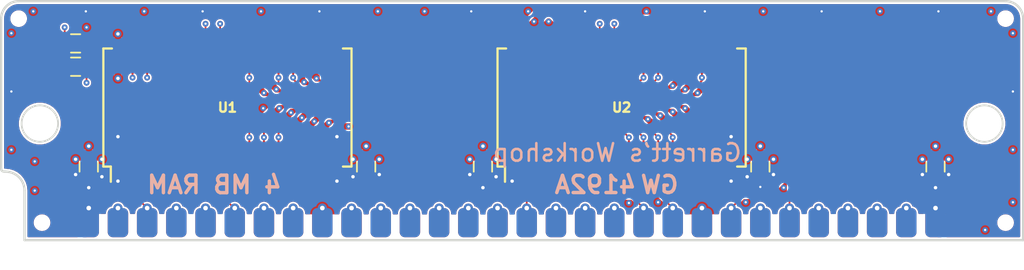
<source format=kicad_pcb>
(kicad_pcb (version 20171130) (host pcbnew "(5.1.10-1-10_14)")
  (layers (0 F.Cu signal) (1 In1.Cu power) (2 In2.Cu signal) (31 B.Cu power) (34 B.Paste user) (35 F.Paste user) (36 B.SilkS user) (37 F.SilkS user) (38 B.Mask user) (39 F.Mask user) (44 Edge.Cuts user))
  (net 0 "")
  (net 1 +5V)
  (net 2 /D0)
  (net 3 /D1)
  (net 4 /~WE~)
  (net 5 /~RAS~)
  (net 6 /~CAS~)
  (net 7 /D2)
  (net 8 /D3)
  (net 9 GND)
  (net 10 /D4)
  (net 11 /D5)
  (net 12 /D6)
  (net 13 /D7)
  (net 14 /QP)
  (net 15 /~CASP~)
  (net 16 /DP)
  (net 17 /1A0)
  (net 18 /1A1)
  (net 19 /1A2)
  (net 20 /1A3)
  (net 21 /1A4)
  (net 22 /1A5)
  (net 23 /1A6)
  (net 24 /1A7)
  (net 25 /1A8)
  (net 26 /1A10)
  (net 27 /1A9)
  (net 28 "Net-(U1-Pad27)")
  (net 29 "Net-(U1-Pad24)")
  (net 30 /1A11)
  (net 31 "Net-(U2-Pad27)")
  (net 32 "Net-(U2-Pad24)")
  (net 33 /~OE~)
  (net 34 "Net-(U1-Pad29)")
  (net 35 "Net-(U1-Pad28)")
  (net 36 "Net-(U1-Pad7)")
  (net 37 "Net-(U1-Pad6)")
  (net 38 "Net-(U1-Pad5)")
  (net 39 "Net-(U1-Pad4)")
  (net 40 "Net-(U2-Pad4)")
  (net 41 "Net-(U2-Pad5)")
  (net 42 "Net-(U2-Pad6)")
  (net 43 "Net-(U2-Pad7)")
  (net 44 "Net-(U2-Pad28)")
  (net 45 "Net-(U2-Pad29)")
  (module stdpads:SOJ-32-400mil-Skinny (layer F.Cu) (at 95.885 90.043 90)
    (fp_text reference U1)
    (fp_text value KM44C16104)
    (fp_line (start -5.145 -10.145) (end -6.47 -10.145) (layer F.SilkS) (width 0.2))
    (fp_line (start -5.08 10.795) (end 5.145 10.795) (layer F.SilkS) (width 0.2))
    (fp_line (start -5.145 -10.795) (end 5.145 -10.795) (layer F.SilkS) (width 0.2))
    (fp_line (start -5.145 10.795) (end -5.145 10.05) (layer F.SilkS) (width 0.2))
    (fp_line (start 5.145 10.795) (end 5.145 10.05) (layer F.SilkS) (width 0.2))
    (fp_line (start 5.145 -10.795) (end 5.145 -10.05) (layer F.SilkS) (width 0.2))
    (fp_line (start -5.145 -10.795) (end -5.145 -10.145) (layer F.SilkS) (width 0.2))
    (fp_text user %R (at 0 0) (layer F.SilkS) (effects (font (size 0.8128 0.8128) (thickness 0.2032))))
    (pad 32 smd roundrect (at 4.47 -9.525 90) (size 3 0.6) (layers F.Cu F.Paste F.Mask) (net 9 GND))
    (pad 31 smd roundrect (at 4.47 -8.255 90) (size 3 0.6) (layers F.Cu F.Paste F.Mask) (net 8 /D3))
    (pad 30 smd roundrect (at 4.47 -6.985 90) (size 3 0.6) (layers F.Cu F.Paste F.Mask) (net 7 /D2))
    (pad 29 smd roundrect (at 4.47 -5.715 90) (size 3 0.6) (layers F.Cu F.Paste F.Mask) (net 34 "Net-(U1-Pad29)"))
    (pad 20 smd roundrect (at 4.47 5.715 270) (size 3 0.6) (layers F.Cu F.Paste F.Mask) (net 25 /1A8))
    (pad 19 smd roundrect (at 4.47 6.985 270) (size 3 0.6) (layers F.Cu F.Paste F.Mask) (net 24 /1A7))
    (pad 18 smd roundrect (at 4.47 8.255 270) (size 3 0.6) (layers F.Cu F.Paste F.Mask) (net 23 /1A6))
    (pad 17 smd roundrect (at 4.47 9.525 270) (size 3 0.6) (layers F.Cu F.Paste F.Mask) (net 9 GND))
    (pad 16 smd roundrect (at -4.47 9.525 90) (size 3 0.6) (layers F.Cu F.Paste F.Mask) (net 1 +5V))
    (pad 15 smd roundrect (at -4.47 8.255 90) (size 3 0.6) (layers F.Cu F.Paste F.Mask) (net 22 /1A5))
    (pad 7 smd roundrect (at -4.47 -1.905 90) (size 3 0.6) (layers F.Cu F.Paste F.Mask) (net 36 "Net-(U1-Pad7)"))
    (pad 26 smd roundrect (at 4.47 -1.905 90) (size 3 0.6) (layers F.Cu F.Paste F.Mask) (net 6 /~CAS~))
    (pad 25 smd roundrect (at 4.47 -0.635 90) (size 3 0.6) (layers F.Cu F.Paste F.Mask) (net 33 /~OE~))
    (pad 24 smd roundrect (at 4.47 0.635 90) (size 3 0.6) (layers F.Cu F.Paste F.Mask) (net 29 "Net-(U1-Pad24)"))
    (pad 23 smd roundrect (at 4.47 1.905 90) (size 3 0.6) (layers F.Cu F.Paste F.Mask) (net 30 /1A11))
    (pad 22 smd roundrect (at 4.47 3.175 90) (size 3 0.6) (layers F.Cu F.Paste F.Mask) (net 26 /1A10))
    (pad 13 smd roundrect (at -4.47 5.715 90) (size 3 0.6) (layers F.Cu F.Paste F.Mask) (net 20 /1A3))
    (pad 12 smd roundrect (at -4.47 4.445 90) (size 3 0.6) (layers F.Cu F.Paste F.Mask) (net 19 /1A2))
    (pad 11 smd roundrect (at -4.47 3.175 90) (size 3 0.6) (layers F.Cu F.Paste F.Mask) (net 18 /1A1))
    (pad 10 smd roundrect (at -4.47 1.905 90) (size 3 0.6) (layers F.Cu F.Paste F.Mask) (net 17 /1A0))
    (pad 9 smd roundrect (at -4.47 0.635 90) (size 3 0.6) (layers F.Cu F.Paste F.Mask) (net 5 /~RAS~))
    (pad 5 smd roundrect (at -4.47 -4.445 90) (size 3 0.6) (layers F.Cu F.Paste F.Mask) (net 38 "Net-(U1-Pad5)"))
    (pad 4 smd roundrect (at -4.47 -5.715 90) (size 3 0.6) (layers F.Cu F.Paste F.Mask) (net 39 "Net-(U1-Pad4)"))
    (pad 3 smd roundrect (at -4.47 -6.985 90) (size 3 0.6) (layers F.Cu F.Paste F.Mask) (net 3 /D1))
    (pad 2 smd roundrect (at -4.47 -8.255 90) (size 3 0.6) (layers F.Cu F.Paste F.Mask) (net 2 /D0))
    (pad 1 smd roundrect (at -4.47 -9.525 90) (size 3 0.6) (layers F.Cu F.Paste F.Mask) (net 1 +5V))
    (pad 21 smd roundrect (at 4.47 4.445 90) (size 3 0.6) (layers F.Cu F.Paste F.Mask) (net 27 /1A9))
    (pad 6 smd roundrect (at -4.47 -3.175 90) (size 3 0.6) (layers F.Cu F.Paste F.Mask) (net 37 "Net-(U1-Pad6)"))
    (pad 8 smd roundrect (at -4.47 -0.635 90) (size 3 0.6) (layers F.Cu F.Paste F.Mask) (net 4 /~WE~))
    (pad 14 smd roundrect (at -4.47 6.985 90) (size 3 0.6) (layers F.Cu F.Paste F.Mask) (net 21 /1A4))
    (pad 27 smd roundrect (at 4.47 -3.175 90) (size 3 0.6) (layers F.Cu F.Paste F.Mask) (net 28 "Net-(U1-Pad27)"))
    (pad 28 smd roundrect (at 4.47 -4.445 90) (size 3 0.6) (layers F.Cu F.Paste F.Mask) (net 35 "Net-(U1-Pad28)"))
  )
  (module stdpads:SOJ-32-400mil-Skinny (layer F.Cu) (at 130.175 90.043 90)
    (fp_text reference U2)
    (fp_text value KM44C16104)
    (fp_line (start -5.145 -10.145) (end -6.47 -10.145) (layer F.SilkS) (width 0.2))
    (fp_line (start -5.08 10.795) (end 5.145 10.795) (layer F.SilkS) (width 0.2))
    (fp_line (start -5.145 -10.795) (end 5.145 -10.795) (layer F.SilkS) (width 0.2))
    (fp_line (start -5.145 10.795) (end -5.145 10.05) (layer F.SilkS) (width 0.2))
    (fp_line (start 5.145 10.795) (end 5.145 10.05) (layer F.SilkS) (width 0.2))
    (fp_line (start 5.145 -10.795) (end 5.145 -10.05) (layer F.SilkS) (width 0.2))
    (fp_line (start -5.145 -10.795) (end -5.145 -10.145) (layer F.SilkS) (width 0.2))
    (fp_text user %R (at 0 0) (layer F.SilkS) (effects (font (size 0.8128 0.8128) (thickness 0.2032))))
    (pad 32 smd roundrect (at 4.47 -9.525 90) (size 3 0.6) (layers F.Cu F.Paste F.Mask) (net 9 GND))
    (pad 31 smd roundrect (at 4.47 -8.255 90) (size 3 0.6) (layers F.Cu F.Paste F.Mask) (net 13 /D7))
    (pad 30 smd roundrect (at 4.47 -6.985 90) (size 3 0.6) (layers F.Cu F.Paste F.Mask) (net 12 /D6))
    (pad 29 smd roundrect (at 4.47 -5.715 90) (size 3 0.6) (layers F.Cu F.Paste F.Mask) (net 45 "Net-(U2-Pad29)"))
    (pad 20 smd roundrect (at 4.47 5.715 270) (size 3 0.6) (layers F.Cu F.Paste F.Mask) (net 27 /1A9))
    (pad 19 smd roundrect (at 4.47 6.985 270) (size 3 0.6) (layers F.Cu F.Paste F.Mask) (net 26 /1A10))
    (pad 18 smd roundrect (at 4.47 8.255 270) (size 3 0.6) (layers F.Cu F.Paste F.Mask) (net 30 /1A11))
    (pad 17 smd roundrect (at 4.47 9.525 270) (size 3 0.6) (layers F.Cu F.Paste F.Mask) (net 9 GND))
    (pad 16 smd roundrect (at -4.47 9.525 90) (size 3 0.6) (layers F.Cu F.Paste F.Mask) (net 1 +5V))
    (pad 15 smd roundrect (at -4.47 8.255 90) (size 3 0.6) (layers F.Cu F.Paste F.Mask) (net 17 /1A0))
    (pad 7 smd roundrect (at -4.47 -1.905 90) (size 3 0.6) (layers F.Cu F.Paste F.Mask) (net 43 "Net-(U2-Pad7)"))
    (pad 26 smd roundrect (at 4.47 -1.905 90) (size 3 0.6) (layers F.Cu F.Paste F.Mask) (net 6 /~CAS~))
    (pad 25 smd roundrect (at 4.47 -0.635 90) (size 3 0.6) (layers F.Cu F.Paste F.Mask) (net 33 /~OE~))
    (pad 24 smd roundrect (at 4.47 0.635 90) (size 3 0.6) (layers F.Cu F.Paste F.Mask) (net 32 "Net-(U2-Pad24)"))
    (pad 23 smd roundrect (at 4.47 1.905 90) (size 3 0.6) (layers F.Cu F.Paste F.Mask) (net 23 /1A6))
    (pad 22 smd roundrect (at 4.47 3.175 90) (size 3 0.6) (layers F.Cu F.Paste F.Mask) (net 24 /1A7))
    (pad 13 smd roundrect (at -4.47 5.715 90) (size 3 0.6) (layers F.Cu F.Paste F.Mask) (net 19 /1A2))
    (pad 12 smd roundrect (at -4.47 4.445 90) (size 3 0.6) (layers F.Cu F.Paste F.Mask) (net 20 /1A3))
    (pad 11 smd roundrect (at -4.47 3.175 90) (size 3 0.6) (layers F.Cu F.Paste F.Mask) (net 21 /1A4))
    (pad 10 smd roundrect (at -4.47 1.905 90) (size 3 0.6) (layers F.Cu F.Paste F.Mask) (net 22 /1A5))
    (pad 9 smd roundrect (at -4.47 0.635 90) (size 3 0.6) (layers F.Cu F.Paste F.Mask) (net 5 /~RAS~))
    (pad 5 smd roundrect (at -4.47 -4.445 90) (size 3 0.6) (layers F.Cu F.Paste F.Mask) (net 41 "Net-(U2-Pad5)"))
    (pad 4 smd roundrect (at -4.47 -5.715 90) (size 3 0.6) (layers F.Cu F.Paste F.Mask) (net 40 "Net-(U2-Pad4)"))
    (pad 3 smd roundrect (at -4.47 -6.985 90) (size 3 0.6) (layers F.Cu F.Paste F.Mask) (net 11 /D5))
    (pad 2 smd roundrect (at -4.47 -8.255 90) (size 3 0.6) (layers F.Cu F.Paste F.Mask) (net 10 /D4))
    (pad 1 smd roundrect (at -4.47 -9.525 90) (size 3 0.6) (layers F.Cu F.Paste F.Mask) (net 1 +5V))
    (pad 21 smd roundrect (at 4.47 4.445 90) (size 3 0.6) (layers F.Cu F.Paste F.Mask) (net 25 /1A8))
    (pad 6 smd roundrect (at -4.47 -3.175 90) (size 3 0.6) (layers F.Cu F.Paste F.Mask) (net 42 "Net-(U2-Pad6)"))
    (pad 8 smd roundrect (at -4.47 -0.635 90) (size 3 0.6) (layers F.Cu F.Paste F.Mask) (net 4 /~WE~))
    (pad 14 smd roundrect (at -4.47 6.985 90) (size 3 0.6) (layers F.Cu F.Paste F.Mask) (net 18 /1A1))
    (pad 27 smd roundrect (at 4.47 -3.175 90) (size 3 0.6) (layers F.Cu F.Paste F.Mask) (net 31 "Net-(U2-Pad27)"))
    (pad 28 smd roundrect (at 4.47 -4.445 90) (size 3 0.6) (layers F.Cu F.Paste F.Mask) (net 44 "Net-(U2-Pad28)"))
  )
  (module stdpads:PasteHole_1.152mm_NPTH (layer F.Cu) (at 163.576 100.076)
    (fp_text reference H3)
    (fp_text value MountingHole hide)
    (pad "" np_thru_hole circle (at 0 0) (size 1.152 1.152) (drill 1.152) (layers *.Cu *.Mask))
  )
  (module stdpads:PasteHole_1.152mm_NPTH (layer F.Cu) (at 79.756 100.076)
    (fp_text reference H4)
    (fp_text value MountingHole hide)
    (pad "" np_thru_hole circle (at 0 0) (size 1.152 1.152) (drill 1.152) (layers *.Cu *.Mask))
  )
  (module stdpads:PasteHole_1.152mm_NPTH (layer F.Cu) (at 163.576 82.296)
    (fp_text reference H2)
    (fp_text value MountingHole hide)
    (pad "" np_thru_hole circle (at 0 0) (size 1.152 1.152) (drill 1.152) (layers *.Cu *.Mask))
  )
  (module stdpads:SIMM-30_Edge (layer F.Cu) (at 120.65 99.822)
    (fp_text reference J1)
    (fp_text value DRAM-SIMM-30)
    (pad 1 smd roundrect (at -36.83 0.254) (size 1.778 2.54) (layers B.Cu B.Mask) (net 1 +5V))
    (pad 1 smd roundrect (at -36.83 0.254) (size 1.778 2.54) (layers F.Cu F.Mask) (net 1 +5V))
    (pad 2 smd roundrect (at -34.29 0.254) (size 1.778 2.54) (layers B.Cu B.Mask) (net 6 /~CAS~))
    (pad 3 smd roundrect (at -31.75 0.254) (size 1.778 2.54) (layers B.Cu B.Mask) (net 2 /D0))
    (pad 4 smd roundrect (at -29.21 0.254) (size 1.778 2.54) (layers B.Cu B.Mask) (net 17 /1A0))
    (pad 5 smd roundrect (at -26.67 0.254) (size 1.778 2.54) (layers B.Cu B.Mask) (net 18 /1A1))
    (pad 6 smd roundrect (at -24.13 0.254) (size 1.778 2.54) (layers B.Cu B.Mask) (net 3 /D1))
    (pad 7 smd roundrect (at -21.59 0.254) (size 1.778 2.54) (layers B.Cu B.Mask) (net 19 /1A2))
    (pad 8 smd roundrect (at -19.05 0.254) (size 1.778 2.54) (layers B.Cu B.Mask) (net 30 /1A11))
    (pad 9 smd roundrect (at -16.51 0.254) (size 1.778 2.54) (layers B.Cu B.Mask) (net 9 GND))
    (pad 10 smd roundrect (at -13.97 0.254) (size 1.778 2.54) (layers B.Cu B.Mask) (net 7 /D2))
    (pad 11 smd roundrect (at -11.43 0.254) (size 1.778 2.54) (layers B.Cu B.Mask) (net 27 /1A9))
    (pad 12 smd roundrect (at -8.89 0.254) (size 1.778 2.54) (layers B.Cu B.Mask) (net 25 /1A8))
    (pad 13 smd roundrect (at -6.35 0.254) (size 1.778 2.54) (layers B.Cu B.Mask) (net 8 /D3))
    (pad 14 smd roundrect (at -3.81 0.254) (size 1.778 2.54) (layers B.Cu B.Mask) (net 23 /1A6))
    (pad 15 smd roundrect (at -1.27 0.254) (size 1.778 2.54) (layers B.Cu B.Mask) (net 24 /1A7))
    (pad 16 smd roundrect (at 1.27 0.254) (size 1.778 2.54) (layers B.Cu B.Mask) (net 10 /D4))
    (pad 17 smd roundrect (at 3.81 0.254) (size 1.778 2.54) (layers B.Cu B.Mask) (net 26 /1A10))
    (pad 18 smd roundrect (at 6.35 0.254) (size 1.778 2.54) (layers B.Cu B.Mask) (net 22 /1A5))
    (pad 19 smd roundrect (at 8.89 0.254) (size 1.778 2.54) (layers B.Cu B.Mask) (net 21 /1A4))
    (pad 20 smd roundrect (at 11.43 0.254) (size 1.778 2.54) (layers B.Cu B.Mask) (net 11 /D5))
    (pad 21 smd roundrect (at 13.97 0.254) (size 1.778 2.54) (layers B.Cu B.Mask) (net 4 /~WE~))
    (pad 22 smd roundrect (at 16.51 0.254) (size 1.778 2.54) (layers B.Cu B.Mask) (net 9 GND))
    (pad 23 smd roundrect (at 19.05 0.254) (size 1.778 2.54) (layers B.Cu B.Mask) (net 12 /D6))
    (pad 24 smd roundrect (at 21.59 0.254) (size 1.778 2.54) (layers B.Cu B.Mask) (net 20 /1A3))
    (pad 25 smd roundrect (at 24.13 0.254) (size 1.778 2.54) (layers B.Cu B.Mask) (net 13 /D7))
    (pad 26 smd roundrect (at 26.67 0.254) (size 1.778 2.54) (layers B.Cu B.Mask) (net 14 /QP))
    (pad 27 smd roundrect (at 29.21 0.254) (size 1.778 2.54) (layers B.Cu B.Mask) (net 5 /~RAS~))
    (pad 28 smd roundrect (at 31.75 0.254) (size 1.778 2.54) (layers B.Cu B.Mask) (net 15 /~CASP~))
    (pad 29 smd roundrect (at 34.29 0.254) (size 1.778 2.54) (layers B.Cu B.Mask) (net 16 /DP))
    (pad 30 smd roundrect (at 36.83 0.254) (size 1.778 2.54) (layers B.Cu B.Mask) (net 1 +5V))
    (pad 2 smd roundrect (at -34.29 0.254) (size 1.778 2.54) (layers F.Cu F.Mask) (net 6 /~CAS~))
    (pad 3 thru_hole circle (at -31.75 -1.016) (size 0.8 0.8) (drill 0.4) (layers *.Cu *.Mask) (net 2 /D0))
    (pad 11 smd roundrect (at -11.43 0.254) (size 1.778 2.54) (layers F.Cu F.Mask) (net 27 /1A9))
    (pad 5 smd roundrect (at -26.67 0.254) (size 1.778 2.54) (layers F.Cu F.Mask) (net 18 /1A1))
    (pad 12 smd roundrect (at -8.89 0.254) (size 1.778 2.54) (layers F.Cu F.Mask) (net 25 /1A8))
    (pad 26 smd roundrect (at 26.67 0.254) (size 1.778 2.54) (layers F.Cu F.Mask) (net 14 /QP))
    (pad 13 smd roundrect (at -6.35 0.254) (size 1.778 2.54) (layers F.Cu F.Mask) (net 8 /D3))
    (pad 14 smd roundrect (at -3.81 0.254) (size 1.778 2.54) (layers F.Cu F.Mask) (net 23 /1A6))
    (pad 4 smd roundrect (at -29.21 0.254) (size 1.778 2.54) (layers F.Cu F.Mask) (net 17 /1A0))
    (pad 29 smd roundrect (at 34.29 0.254) (size 1.778 2.54) (layers F.Cu F.Mask) (net 16 /DP))
    (pad 3 smd roundrect (at -31.75 0.254) (size 1.778 2.54) (layers F.Cu F.Mask) (net 2 /D0))
    (pad 24 smd roundrect (at 21.59 0.254) (size 1.778 2.54) (layers F.Cu F.Mask) (net 20 /1A3))
    (pad 16 smd roundrect (at 1.27 0.254) (size 1.778 2.54) (layers F.Cu F.Mask) (net 10 /D4))
    (pad 20 smd roundrect (at 11.43 0.254) (size 1.778 2.54) (layers F.Cu F.Mask) (net 11 /D5))
    (pad 23 smd roundrect (at 19.05 0.254) (size 1.778 2.54) (layers F.Cu F.Mask) (net 12 /D6))
    (pad 9 smd roundrect (at -16.51 0.254) (size 1.778 2.54) (layers F.Cu F.Mask) (net 9 GND))
    (pad 18 smd roundrect (at 6.35 0.254) (size 1.778 2.54) (layers F.Cu F.Mask) (net 22 /1A5))
    (pad 21 smd roundrect (at 13.97 0.254) (size 1.778 2.54) (layers F.Cu F.Mask) (net 4 /~WE~))
    (pad 19 smd roundrect (at 8.89 0.254) (size 1.778 2.54) (layers F.Cu F.Mask) (net 21 /1A4))
    (pad 10 smd roundrect (at -13.97 0.254) (size 1.778 2.54) (layers F.Cu F.Mask) (net 7 /D2))
    (pad 22 smd roundrect (at 16.51 0.254) (size 1.778 2.54) (layers F.Cu F.Mask) (net 9 GND))
    (pad 6 smd roundrect (at -24.13 0.254) (size 1.778 2.54) (layers F.Cu F.Mask) (net 3 /D1))
    (pad 17 smd roundrect (at 3.81 0.254) (size 1.778 2.54) (layers F.Cu F.Mask) (net 26 /1A10))
    (pad 7 smd roundrect (at -21.59 0.254) (size 1.778 2.54) (layers F.Cu F.Mask) (net 19 /1A2))
    (pad 8 smd roundrect (at -19.05 0.254) (size 1.778 2.54) (layers F.Cu F.Mask) (net 30 /1A11))
    (pad 27 smd roundrect (at 29.21 0.254) (size 1.778 2.54) (layers F.Cu F.Mask) (net 5 /~RAS~))
    (pad 28 smd roundrect (at 31.75 0.254) (size 1.778 2.54) (layers F.Cu F.Mask) (net 15 /~CASP~))
    (pad 30 smd roundrect (at 36.83 0.254) (size 1.778 2.54) (layers F.Cu F.Mask) (net 1 +5V))
    (pad 15 smd roundrect (at -1.27 0.254) (size 1.778 2.54) (layers F.Cu F.Mask) (net 24 /1A7))
    (pad 25 smd roundrect (at 24.13 0.254) (size 1.778 2.54) (layers F.Cu F.Mask) (net 13 /D7))
    (pad 2 thru_hole circle (at -34.29 -1.016) (size 0.8 0.8) (drill 0.4) (layers *.Cu *.Mask) (net 6 /~CAS~))
    (pad 1 thru_hole circle (at -36.83 -1.016) (size 0.8 0.8) (drill 0.4) (layers *.Cu *.Mask) (net 1 +5V))
    (pad 5 thru_hole circle (at -26.67 -1.016) (size 0.8 0.8) (drill 0.4) (layers *.Cu *.Mask) (net 18 /1A1))
    (pad 4 thru_hole circle (at -29.21 -1.016) (size 0.8 0.8) (drill 0.4) (layers *.Cu *.Mask) (net 17 /1A0))
    (pad 6 thru_hole circle (at -24.13 -1.016) (size 0.8 0.8) (drill 0.4) (layers *.Cu *.Mask) (net 3 /D1))
    (pad 7 thru_hole circle (at -21.59 -1.016) (size 0.8 0.8) (drill 0.4) (layers *.Cu *.Mask) (net 19 /1A2))
    (pad 9 thru_hole circle (at -16.51 -1.016) (size 0.8 0.8) (drill 0.4) (layers *.Cu *.Mask) (net 9 GND))
    (pad 8 thru_hole circle (at -19.05 -1.016) (size 0.8 0.8) (drill 0.4) (layers *.Cu *.Mask) (net 30 /1A11))
    (pad 11 thru_hole circle (at -11.43 -1.016) (size 0.8 0.8) (drill 0.4) (layers *.Cu *.Mask) (net 27 /1A9))
    (pad 10 thru_hole circle (at -13.97 -1.016) (size 0.8 0.8) (drill 0.4) (layers *.Cu *.Mask) (net 7 /D2))
    (pad 12 thru_hole circle (at -8.89 -1.016) (size 0.8 0.8) (drill 0.4) (layers *.Cu *.Mask) (net 25 /1A8))
    (pad 14 thru_hole circle (at -3.81 -1.016) (size 0.8 0.8) (drill 0.4) (layers *.Cu *.Mask) (net 23 /1A6))
    (pad 13 thru_hole circle (at -6.35 -1.016) (size 0.8 0.8) (drill 0.4) (layers *.Cu *.Mask) (net 8 /D3))
    (pad 15 thru_hole circle (at -1.27 -1.016) (size 0.8 0.8) (drill 0.4) (layers *.Cu *.Mask) (net 24 /1A7))
    (pad 17 thru_hole circle (at 3.81 -1.016) (size 0.8 0.8) (drill 0.4) (layers *.Cu *.Mask) (net 26 /1A10))
    (pad 16 thru_hole circle (at 1.27 -1.016) (size 0.8 0.8) (drill 0.4) (layers *.Cu *.Mask) (net 10 /D4))
    (pad 18 thru_hole circle (at 6.35 -1.016) (size 0.8 0.8) (drill 0.4) (layers *.Cu *.Mask) (net 22 /1A5))
    (pad 27 thru_hole circle (at 29.21 -1.016) (size 0.8 0.8) (drill 0.4) (layers *.Cu *.Mask) (net 5 /~RAS~))
    (pad 26 thru_hole circle (at 26.67 -1.016) (size 0.8 0.8) (drill 0.4) (layers *.Cu *.Mask) (net 14 /QP))
    (pad 28 thru_hole circle (at 31.75 -1.016) (size 0.8 0.8) (drill 0.4) (layers *.Cu *.Mask) (net 15 /~CASP~))
    (pad 21 thru_hole circle (at 13.97 -1.016) (size 0.8 0.8) (drill 0.4) (layers *.Cu *.Mask) (net 4 /~WE~))
    (pad 20 thru_hole circle (at 11.43 -1.016) (size 0.8 0.8) (drill 0.4) (layers *.Cu *.Mask) (net 11 /D5))
    (pad 22 thru_hole circle (at 16.51 -1.016) (size 0.8 0.8) (drill 0.4) (layers *.Cu *.Mask) (net 9 GND))
    (pad 24 thru_hole circle (at 21.59 -1.016) (size 0.8 0.8) (drill 0.4) (layers *.Cu *.Mask) (net 20 /1A3))
    (pad 23 thru_hole circle (at 19.05 -1.016) (size 0.8 0.8) (drill 0.4) (layers *.Cu *.Mask) (net 12 /D6))
    (pad 25 thru_hole circle (at 24.13 -1.016) (size 0.8 0.8) (drill 0.4) (layers *.Cu *.Mask) (net 13 /D7))
    (pad 19 thru_hole circle (at 8.89 -1.016) (size 0.8 0.8) (drill 0.4) (layers *.Cu *.Mask) (net 21 /1A4))
    (pad 29 thru_hole circle (at 34.29 -1.016) (size 0.8 0.8) (drill 0.4) (layers *.Cu *.Mask) (net 16 /DP))
    (pad 30 thru_hole circle (at 36.83 -1.016) (size 0.8 0.8) (drill 0.4) (layers *.Cu *.Mask) (net 1 +5V))
  )
  (module stdpads:C_0805 (layer F.Cu) (at 118.11 95.2255 90)
    (fp_text reference C3)
    (fp_text value 100n)
    (fp_line (start -0.4064 -0.8) (end 0.4064 -0.8) (layer F.SilkS) (width 0.1524))
    (fp_line (start -0.4064 0.8) (end 0.4064 0.8) (layer F.SilkS) (width 0.1524))
    (pad 2 smd roundrect (at 0.85 0 90) (size 1.05 1.4) (layers F.Cu F.Paste F.Mask) (net 9 GND))
    (pad 1 smd roundrect (at -0.85 0 90) (size 1.05 1.4) (layers F.Cu F.Paste F.Mask) (net 1 +5V))
  )
  (module stdpads:C_0805 (layer F.Cu) (at 107.95 95.2255 90)
    (fp_text reference C2)
    (fp_text value 100n)
    (fp_line (start -0.4064 0.8) (end 0.4064 0.8) (layer F.SilkS) (width 0.1524))
    (fp_line (start -0.4064 -0.8) (end 0.4064 -0.8) (layer F.SilkS) (width 0.1524))
    (pad 1 smd roundrect (at -0.85 0 90) (size 1.05 1.4) (layers F.Cu F.Paste F.Mask) (net 1 +5V))
    (pad 2 smd roundrect (at 0.85 0 90) (size 1.05 1.4) (layers F.Cu F.Paste F.Mask) (net 9 GND))
  )
  (module stdpads:C_0805 (layer F.Cu) (at 142.24 95.2255 90)
    (fp_text reference C4)
    (fp_text value 100n)
    (fp_line (start -0.4064 0.8) (end 0.4064 0.8) (layer F.SilkS) (width 0.1524))
    (fp_line (start -0.4064 -0.8) (end 0.4064 -0.8) (layer F.SilkS) (width 0.1524))
    (pad 1 smd roundrect (at -0.85 0 90) (size 1.05 1.4) (layers F.Cu F.Paste F.Mask) (net 1 +5V))
    (pad 2 smd roundrect (at 0.85 0 90) (size 1.05 1.4) (layers F.Cu F.Paste F.Mask) (net 9 GND))
  )
  (module stdpads:C_0805 (layer F.Cu) (at 83.82 95.2255 90)
    (fp_text reference C1)
    (fp_text value 100n)
    (fp_line (start -0.4064 -0.8) (end 0.4064 -0.8) (layer F.SilkS) (width 0.1524))
    (fp_line (start -0.4064 0.8) (end 0.4064 0.8) (layer F.SilkS) (width 0.1524))
    (pad 2 smd roundrect (at 0.85 0 90) (size 1.05 1.4) (layers F.Cu F.Paste F.Mask) (net 9 GND))
    (pad 1 smd roundrect (at -0.85 0 90) (size 1.05 1.4) (layers F.Cu F.Paste F.Mask) (net 1 +5V))
  )
  (module stdpads:C_0805 (layer F.Cu) (at 157.48 95.2255 90)
    (fp_text reference C5)
    (fp_text value 100n)
    (fp_line (start -0.4064 0.8) (end 0.4064 0.8) (layer F.SilkS) (width 0.1524))
    (fp_line (start -0.4064 -0.8) (end 0.4064 -0.8) (layer F.SilkS) (width 0.1524))
    (pad 1 smd roundrect (at -0.85 0 90) (size 1.05 1.4) (layers F.Cu F.Paste F.Mask) (net 1 +5V))
    (pad 2 smd roundrect (at 0.85 0 90) (size 1.05 1.4) (layers F.Cu F.Paste F.Mask) (net 9 GND))
  )
  (module stdpads:R_0805 (layer F.Cu) (at 82.677 86.487 180)
    (fp_text reference R1)
    (fp_text value EDO)
    (fp_line (start -0.4064 -0.8) (end 0.4064 -0.8) (layer F.SilkS) (width 0.1524))
    (fp_line (start -0.4064 0.8) (end 0.4064 0.8) (layer F.SilkS) (width 0.1524))
    (pad 2 smd roundrect (at 0.95 0 180) (size 0.85 1.4) (layers F.Cu F.Paste F.Mask) (net 33 /~OE~))
    (pad 1 smd roundrect (at -0.95 0 180) (size 0.85 1.4) (layers F.Cu F.Paste F.Mask) (net 6 /~CAS~))
  )
  (module stdpads:R_0805 (layer F.Cu) (at 82.677 84.455)
    (fp_text reference R2)
    (fp_text value FPM)
    (fp_line (start -0.4064 0.8) (end 0.4064 0.8) (layer F.SilkS) (width 0.1524))
    (fp_line (start -0.4064 -0.8) (end 0.4064 -0.8) (layer F.SilkS) (width 0.1524))
    (pad 1 smd roundrect (at -0.95 0) (size 0.85 1.4) (layers F.Cu F.Paste F.Mask) (net 33 /~OE~))
    (pad 2 smd roundrect (at 0.95 0) (size 0.85 1.4) (layers F.Cu F.Paste F.Mask) (net 9 GND))
  )
  (module stdpads:PasteHole_1.152mm_NPTH (layer F.Cu) (at 77.724 82.296)
    (fp_text reference H1)
    (fp_text value MountingHole hide)
    (pad "" np_thru_hole circle (at 0 0) (size 1.152 1.152) (drill 1.152) (layers *.Cu *.Mask))
  )
  (gr_text "4 MB RAM" (at 94.742 96.774) (layer B.SilkS) (effects (font (size 1.524 1.524) (thickness 0.3)) (justify mirror)))
  (gr_text "Garrett’s Workshop" (at 129.794 93.98) (layer B.SilkS) (effects (font (size 1.524 1.524) (thickness 0.225)) (justify mirror)))
  (gr_text 4192A (at 127.889 96.774) (layer B.SilkS) (effects (font (size 1.5 1.5) (thickness 0.3)) (justify mirror)))
  (gr_text GW (at 133.477 96.774) (layer B.SilkS) (effects (font (size 1.5 1.5) (thickness 0.3)) (justify mirror)))
  (gr_arc (start 76.454 95.377) (end 76.2 95.377) (angle -90) (layer Edge.Cuts) (width 0.2))
  (gr_arc (start 77.724 82.296) (end 77.724 80.772) (angle -90) (layer Edge.Cuts) (width 0.2))
  (gr_arc (start 163.576 82.296) (end 165.1 82.296) (angle -90) (layer Edge.Cuts) (width 0.2))
  (gr_line (start 76.581 95.631) (end 76.454 95.631) (layer Edge.Cuts) (width 0.2))
  (gr_line (start 78.232 101.6) (end 78.232 97.282) (layer Edge.Cuts) (width 0.2))
  (gr_circle (center 79.5655 91.44) (end 77.978 91.44) (layer Edge.Cuts) (width 0.15))
  (gr_circle (center 161.7345 91.44) (end 163.322 91.44) (layer Edge.Cuts) (width 0.15))
  (gr_line (start 76.2 95.377) (end 76.2 82.296) (layer Edge.Cuts) (width 0.2))
  (gr_arc (start 76.581 97.282) (end 78.232 97.282) (angle -90) (layer Edge.Cuts) (width 0.2))
  (gr_line (start 165.1 82.296) (end 165.1 101.6) (layer Edge.Cuts) (width 0.2))
  (gr_line (start 77.724 80.772) (end 163.576 80.772) (layer Edge.Cuts) (width 0.2))
  (gr_line (start 165.1 101.6) (end 78.232 101.6) (layer Edge.Cuts) (width 0.2))
  (via (at 83.82 97.028) (size 0.6) (drill 0.3) (layers F.Cu B.Cu) (net 1))
  (segment (start 83.82 96.0755) (end 83.82 97.028) (width 0.6) (layer F.Cu) (net 1))
  (segment (start 143.1925 96.0755) (end 143.383 95.885) (width 0.6) (layer F.Cu) (net 1))
  (via (at 143.383 95.885) (size 0.6) (drill 0.3) (layers F.Cu B.Cu) (net 1))
  (segment (start 142.24 96.0755) (end 143.1925 96.0755) (width 0.6) (layer F.Cu) (net 1))
  (via (at 82.677 95.885) (size 0.6) (drill 0.3) (layers F.Cu B.Cu) (net 1))
  (segment (start 82.8675 96.0755) (end 82.677 95.885) (width 0.6) (layer F.Cu) (net 1))
  (segment (start 83.82 96.0755) (end 82.8675 96.0755) (width 0.6) (layer F.Cu) (net 1))
  (via (at 156.337 95.885) (size 0.6) (drill 0.3) (layers F.Cu B.Cu) (net 1))
  (segment (start 156.5275 96.0755) (end 156.337 95.885) (width 0.6) (layer F.Cu) (net 1))
  (segment (start 157.48 96.0755) (end 156.5275 96.0755) (width 0.6) (layer F.Cu) (net 1))
  (via (at 158.623 95.885) (size 0.6) (drill 0.3) (layers F.Cu B.Cu) (net 1))
  (segment (start 158.4325 96.0755) (end 158.623 95.885) (width 0.6) (layer F.Cu) (net 1))
  (segment (start 157.48 96.0755) (end 158.4325 96.0755) (width 0.6) (layer F.Cu) (net 1))
  (via (at 157.48 97.028) (size 0.6) (drill 0.3) (layers F.Cu B.Cu) (net 1))
  (segment (start 157.48 96.0755) (end 157.48 97.028) (width 0.6) (layer F.Cu) (net 1))
  (via (at 109.093 95.885) (size 0.6) (drill 0.3) (layers F.Cu B.Cu) (net 1))
  (segment (start 107.95 96.0755) (end 108.9025 96.0755) (width 0.6) (layer F.Cu) (net 1))
  (segment (start 108.9025 96.0755) (end 109.093 95.885) (width 0.6) (layer F.Cu) (net 1))
  (segment (start 118.11 96.0755) (end 118.11 97.028) (width 0.6) (layer F.Cu) (net 1))
  (via (at 118.11 97.028) (size 0.6) (drill 0.3) (layers F.Cu B.Cu) (net 1))
  (via (at 116.967 95.885) (size 0.6) (drill 0.3) (layers F.Cu B.Cu) (net 1))
  (segment (start 118.11 96.0755) (end 117.1575 96.0755) (width 0.6) (layer F.Cu) (net 1))
  (segment (start 117.1575 96.0755) (end 116.967 95.885) (width 0.6) (layer F.Cu) (net 1))
  (segment (start 83.82 97.028) (end 83.82 98.806) (width 0.6) (layer F.Cu) (net 1))
  (via (at 77.089 88.646) (size 0.508) (drill 0.2) (layers F.Cu B.Cu) (net 1))
  (via (at 164.211 88.646) (size 0.508) (drill 0.2) (layers F.Cu B.Cu) (net 1))
  (via (at 157.734 81.661) (size 0.508) (drill 0.2) (layers F.Cu B.Cu) (net 1))
  (via (at 147.574 81.661) (size 0.508) (drill 0.2) (layers F.Cu B.Cu) (net 1))
  (via (at 137.414 81.661) (size 0.508) (drill 0.2) (layers F.Cu B.Cu) (net 1))
  (via (at 127 81.661) (size 0.508) (drill 0.2) (layers F.Cu B.Cu) (net 1))
  (via (at 117.094 81.661) (size 0.508) (drill 0.2) (layers F.Cu B.Cu) (net 1))
  (via (at 83.566 81.661) (size 0.508) (drill 0.2) (layers F.Cu B.Cu) (net 1))
  (via (at 93.726 81.661) (size 0.508) (drill 0.2) (layers F.Cu B.Cu) (net 1))
  (via (at 103.886 81.661) (size 0.508) (drill 0.2) (layers F.Cu B.Cu) (net 1))
  (via (at 105.41 96.4565) (size 0.6) (drill 0.3) (layers F.Cu B.Cu) (net 1))
  (segment (start 105.41 94.513) (end 105.41 96.4565) (width 0.6) (layer F.Cu) (net 1))
  (via (at 86.36 92.583) (size 0.6) (drill 0.3) (layers F.Cu B.Cu) (net 1))
  (segment (start 86.36 94.513) (end 86.36 92.583) (width 0.6) (layer F.Cu) (net 1))
  (via (at 86.36 96.4565) (size 0.6) (drill 0.3) (layers F.Cu B.Cu) (net 1))
  (segment (start 86.36 94.513) (end 86.36 96.4565) (width 0.6) (layer F.Cu) (net 1))
  (via (at 105.41 92.583) (size 0.6) (drill 0.3) (layers F.Cu B.Cu) (net 1))
  (segment (start 105.41 94.513) (end 105.41 92.583) (width 0.6) (layer F.Cu) (net 1))
  (via (at 106.807 96.0755) (size 0.6) (drill 0.3) (layers F.Cu B.Cu) (net 1))
  (segment (start 107.95 96.0755) (end 106.807 96.0755) (width 0.6) (layer F.Cu) (net 1))
  (via (at 119.253 96.0755) (size 0.6) (drill 0.3) (layers F.Cu B.Cu) (net 1))
  (segment (start 118.11 96.0755) (end 119.253 96.0755) (width 0.6) (layer F.Cu) (net 1))
  (via (at 120.65 96.4565) (size 0.6) (drill 0.3) (layers F.Cu B.Cu) (net 1))
  (segment (start 120.65 94.513) (end 120.65 96.4565) (width 0.6) (layer F.Cu) (net 1))
  (via (at 139.7 92.583) (size 0.6) (drill 0.3) (layers F.Cu B.Cu) (net 1))
  (segment (start 139.7 94.513) (end 139.7 92.583) (width 0.6) (layer F.Cu) (net 1))
  (via (at 139.7 96.4565) (size 0.6) (drill 0.3) (layers F.Cu B.Cu) (net 1))
  (segment (start 139.7 94.513) (end 139.7 96.4565) (width 0.6) (layer F.Cu) (net 1))
  (via (at 141.097 96.0755) (size 0.6) (drill 0.3) (layers F.Cu B.Cu) (net 1))
  (segment (start 142.24 96.0755) (end 141.097 96.0755) (width 0.6) (layer F.Cu) (net 1))
  (segment (start 119.634 96.4565) (end 119.253 96.0755) (width 0.6) (layer F.Cu) (net 1))
  (segment (start 120.65 96.4565) (end 119.634 96.4565) (width 0.6) (layer F.Cu) (net 1))
  (segment (start 140.716 96.4565) (end 141.097 96.0755) (width 0.6) (layer F.Cu) (net 1))
  (segment (start 139.7 96.4565) (end 140.716 96.4565) (width 0.6) (layer F.Cu) (net 1))
  (segment (start 106.426 96.4565) (end 106.807 96.0755) (width 0.6) (layer F.Cu) (net 1))
  (segment (start 105.41 96.4565) (end 106.426 96.4565) (width 0.6) (layer F.Cu) (net 1))
  (via (at 84.963 96.0755) (size 0.6) (drill 0.3) (layers F.Cu B.Cu) (net 1))
  (segment (start 83.82 96.0755) (end 84.963 96.0755) (width 0.6) (layer F.Cu) (net 1))
  (segment (start 85.344 96.4565) (end 84.963 96.0755) (width 0.6) (layer F.Cu) (net 1))
  (segment (start 86.36 96.4565) (end 85.344 96.4565) (width 0.6) (layer F.Cu) (net 1))
  (via (at 142.24 96.9645) (size 0.508) (drill 0.2) (layers F.Cu B.Cu) (net 1))
  (segment (start 142.24 96.0755) (end 142.24 96.9645) (width 0.508) (layer F.Cu) (net 1))
  (segment (start 88.9 100.076) (end 88.9 98.806) (width 0.1524) (layer F.Cu) (net 2))
  (segment (start 87.63 97.536) (end 88.9 98.806) (width 0.1524) (layer F.Cu) (net 2))
  (segment (start 87.63 94.513) (end 87.63 97.536) (width 0.1524) (layer F.Cu) (net 2))
  (segment (start 96.52 100.076) (end 96.52 98.552) (width 0.1524) (layer F.Cu) (net 3))
  (segment (start 96.4565 98.806) (end 96.52 98.806) (width 0.1524) (layer F.Cu) (net 3))
  (segment (start 95.3135 97.663) (end 96.4565 98.806) (width 0.1524) (layer F.Cu) (net 3))
  (segment (start 89.408 97.663) (end 95.3135 97.663) (width 0.1524) (layer F.Cu) (net 3))
  (segment (start 88.9 97.155) (end 89.408 97.663) (width 0.1524) (layer F.Cu) (net 3))
  (segment (start 88.9 94.513) (end 88.9 97.155) (width 0.1524) (layer F.Cu) (net 3))
  (segment (start 133.35 97.536) (end 134.62 98.806) (width 0.1524) (layer F.Cu) (net 4))
  (segment (start 129.921 97.536) (end 133.35 97.536) (width 0.1524) (layer F.Cu) (net 4))
  (segment (start 129.54 97.155) (end 129.921 97.536) (width 0.1524) (layer F.Cu) (net 4))
  (segment (start 129.54 92.837) (end 129.54 97.155) (width 0.1524) (layer F.Cu) (net 4))
  (segment (start 129.159 92.456) (end 129.54 92.837) (width 0.1524) (layer F.Cu) (net 4))
  (segment (start 113.88725 92.456) (end 129.159 92.456) (width 0.1524) (layer F.Cu) (net 4))
  (segment (start 108.48975 97.8535) (end 113.88725 92.456) (width 0.1524) (layer F.Cu) (net 4))
  (segment (start 95.9485 97.8535) (end 108.48975 97.8535) (width 0.1524) (layer F.Cu) (net 4))
  (segment (start 95.25 97.155) (end 95.9485 97.8535) (width 0.1524) (layer F.Cu) (net 4))
  (segment (start 95.25 94.513) (end 95.25 97.155) (width 0.1524) (layer F.Cu) (net 4))
  (via (at 130.81 92.6465) (size 0.508) (drill 0.2) (layers F.Cu B.Cu) (net 5))
  (segment (start 130.81 92.6465) (end 130.81 94.513) (width 0.1524) (layer F.Cu) (net 5))
  (segment (start 96.52 97.155) (end 96.52 94.513) (width 0.1524) (layer F.Cu) (net 5))
  (segment (start 96.901 97.536) (end 96.52 97.155) (width 0.1524) (layer F.Cu) (net 5))
  (segment (start 104.648 97.536) (end 96.901 97.536) (width 0.1524) (layer F.Cu) (net 5))
  (segment (start 105.791 92.202) (end 105.6005 92.0115) (width 0.1524) (layer F.Cu) (net 5))
  (segment (start 105.6005 92.0115) (end 105.2195 92.0115) (width 0.1524) (layer F.Cu) (net 5))
  (segment (start 105.2195 92.0115) (end 104.775 92.456) (width 0.1524) (layer F.Cu) (net 5))
  (segment (start 104.775 97.409) (end 104.648 97.536) (width 0.1524) (layer F.Cu) (net 5))
  (segment (start 104.775 92.456) (end 104.775 97.409) (width 0.1524) (layer F.Cu) (net 5))
  (segment (start 130.81 92.6465) (end 129.9845 91.821) (width 0.1524) (layer F.Cu) (net 5))
  (segment (start 107.1245 92.202) (end 105.791 92.202) (width 0.1524) (layer F.Cu) (net 5))
  (segment (start 107.5055 91.821) (end 107.1245 92.202) (width 0.1524) (layer F.Cu) (net 5))
  (segment (start 129.9845 91.821) (end 107.5055 91.821) (width 0.1524) (layer F.Cu) (net 5))
  (segment (start 83.627 87.8815) (end 83.627 86.487) (width 0.1524) (layer F.Cu) (net 6))
  (segment (start 83.6295 87.884) (end 83.627 87.8815) (width 0.1524) (layer F.Cu) (net 6))
  (via (at 83.6295 87.884) (size 0.508) (drill 0.2) (layers F.Cu B.Cu) (net 6))
  (via (at 128.27 82.7405) (size 0.508) (drill 0.2) (layers F.Cu B.Cu) (net 6))
  (via (at 93.98 82.7405) (size 0.508) (drill 0.2) (layers F.Cu B.Cu) (net 6))
  (segment (start 93.98 85.573) (end 93.98 82.7405) (width 0.1524) (layer F.Cu) (net 6))
  (segment (start 128.27 85.573) (end 128.27 82.7405) (width 0.1524) (layer F.Cu) (net 6))
  (via (at 88.9 87.4395) (size 0.508) (drill 0.2) (layers F.Cu B.Cu) (net 7))
  (segment (start 88.9 85.573) (end 88.9 87.4395) (width 0.1524) (layer F.Cu) (net 7))
  (via (at 87.63 87.4395) (size 0.508) (drill 0.2) (layers F.Cu B.Cu) (net 8))
  (segment (start 87.63 85.573) (end 87.63 87.4395) (width 0.1524) (layer F.Cu) (net 8))
  (via (at 132.461 91.059) (size 0.508) (drill 0.2) (layers F.Cu B.Cu) (net 9))
  (via (at 135.6995 88.4555) (size 0.508) (drill 0.2) (layers F.Cu B.Cu) (net 9))
  (via (at 134.62 90.424) (size 0.508) (drill 0.2) (layers F.Cu B.Cu) (net 9))
  (via (at 136.779 88.773) (size 0.508) (drill 0.2) (layers F.Cu B.Cu) (net 9))
  (via (at 133.5405 90.7415) (size 0.508) (drill 0.2) (layers F.Cu B.Cu) (net 9))
  (via (at 135.6995 90.1065) (size 0.508) (drill 0.2) (layers F.Cu B.Cu) (net 9))
  (via (at 134.62 88.138) (size 0.508) (drill 0.2) (layers F.Cu B.Cu) (net 9))
  (via (at 77.089 93.726) (size 0.508) (drill 0.2) (layers F.Cu B.Cu) (net 9))
  (via (at 77.089 83.566) (size 0.508) (drill 0.2) (layers F.Cu B.Cu) (net 9))
  (via (at 162.306 81.661) (size 0.508) (drill 0.2) (layers F.Cu B.Cu) (net 9))
  (via (at 164.211 98.298) (size 0.508) (drill 0.2) (layers F.Cu B.Cu) (net 9))
  (via (at 79.121 94.742) (size 0.508) (drill 0.2) (layers F.Cu B.Cu) (net 9))
  (via (at 141.097 94.5515) (size 0.6) (drill 0.3) (layers F.Cu B.Cu) (net 9))
  (segment (start 141.273 94.3755) (end 141.097 94.5515) (width 0.6) (layer F.Cu) (net 9))
  (segment (start 142.24 94.3755) (end 141.273 94.3755) (width 0.6) (layer F.Cu) (net 9))
  (segment (start 143.207 94.3755) (end 143.383 94.5515) (width 0.6) (layer F.Cu) (net 9))
  (segment (start 142.24 94.3755) (end 143.207 94.3755) (width 0.6) (layer F.Cu) (net 9))
  (via (at 142.24 93.4085) (size 0.6) (drill 0.3) (layers F.Cu B.Cu) (net 9))
  (segment (start 142.24 94.3755) (end 142.24 93.4085) (width 0.6) (layer F.Cu) (net 9))
  (via (at 106.807 94.5515) (size 0.6) (drill 0.3) (layers F.Cu B.Cu) (net 9))
  (segment (start 106.983 94.3755) (end 106.807 94.5515) (width 0.6) (layer F.Cu) (net 9))
  (segment (start 107.95 94.3755) (end 106.983 94.3755) (width 0.6) (layer F.Cu) (net 9))
  (via (at 109.093 94.5515) (size 0.6) (drill 0.3) (layers F.Cu B.Cu) (net 9))
  (segment (start 108.917 94.3755) (end 109.093 94.5515) (width 0.6) (layer F.Cu) (net 9))
  (segment (start 107.95 94.3755) (end 108.917 94.3755) (width 0.6) (layer F.Cu) (net 9))
  (via (at 82.677 94.5515) (size 0.6) (drill 0.3) (layers F.Cu B.Cu) (net 9))
  (segment (start 82.853 94.3755) (end 82.677 94.5515) (width 0.6) (layer F.Cu) (net 9))
  (segment (start 83.82 94.3755) (end 82.853 94.3755) (width 0.6) (layer F.Cu) (net 9))
  (via (at 84.963 94.5515) (size 0.6) (drill 0.3) (layers F.Cu B.Cu) (net 9))
  (segment (start 84.787 94.3755) (end 84.963 94.5515) (width 0.6) (layer F.Cu) (net 9))
  (segment (start 83.82 94.3755) (end 84.787 94.3755) (width 0.6) (layer F.Cu) (net 9))
  (via (at 83.82 93.4085) (size 0.6) (drill 0.3) (layers F.Cu B.Cu) (net 9))
  (segment (start 83.82 94.3755) (end 83.82 93.4085) (width 0.6) (layer F.Cu) (net 9))
  (via (at 158.623 94.5515) (size 0.6) (drill 0.3) (layers F.Cu B.Cu) (net 9))
  (segment (start 158.447 94.3755) (end 158.623 94.5515) (width 0.6) (layer F.Cu) (net 9))
  (segment (start 157.48 94.3755) (end 158.447 94.3755) (width 0.6) (layer F.Cu) (net 9))
  (segment (start 156.513 94.3755) (end 156.337 94.5515) (width 0.6) (layer F.Cu) (net 9))
  (via (at 156.337 94.5515) (size 0.6) (drill 0.3) (layers F.Cu B.Cu) (net 9))
  (segment (start 157.48 94.3755) (end 156.513 94.3755) (width 0.6) (layer F.Cu) (net 9))
  (via (at 157.48 93.4085) (size 0.6) (drill 0.3) (layers F.Cu B.Cu) (net 9))
  (segment (start 157.48 94.3755) (end 157.48 93.4085) (width 0.6) (layer F.Cu) (net 9))
  (segment (start 119.077 94.3755) (end 119.253 94.5515) (width 0.6) (layer F.Cu) (net 9))
  (via (at 119.253 94.5515) (size 0.6) (drill 0.3) (layers F.Cu B.Cu) (net 9))
  (segment (start 118.11 94.3755) (end 119.077 94.3755) (width 0.6) (layer F.Cu) (net 9))
  (via (at 116.967 94.5515) (size 0.6) (drill 0.3) (layers F.Cu B.Cu) (net 9))
  (segment (start 118.11 94.3755) (end 117.143 94.3755) (width 0.6) (layer F.Cu) (net 9))
  (segment (start 117.143 94.3755) (end 116.967 94.5515) (width 0.6) (layer F.Cu) (net 9))
  (via (at 143.383 94.5515) (size 0.6) (drill 0.3) (layers F.Cu B.Cu) (net 9))
  (via (at 107.95 93.4085) (size 0.6) (drill 0.3) (layers F.Cu B.Cu) (net 9))
  (segment (start 107.95 94.3755) (end 107.95 93.4085) (width 0.6) (layer F.Cu) (net 9))
  (via (at 83.6295 83.058) (size 0.508) (drill 0.2) (layers F.Cu B.Cu) (net 9))
  (segment (start 83.627 83.0605) (end 83.6295 83.058) (width 0.1524) (layer F.Cu) (net 9))
  (segment (start 83.627 84.455) (end 83.627 83.0605) (width 0.1524) (layer F.Cu) (net 9))
  (via (at 122.555 82.55) (size 0.508) (drill 0.2) (layers F.Cu B.Cu) (net 9))
  (via (at 123.825 82.55) (size 0.508) (drill 0.2) (layers F.Cu B.Cu) (net 9))
  (via (at 104.7115 91.3765) (size 0.508) (drill 0.2) (layers F.Cu B.Cu) (net 9))
  (via (at 103.4415 91.2495) (size 0.508) (drill 0.2) (layers F.Cu B.Cu) (net 9))
  (via (at 102.362 90.932) (size 0.508) (drill 0.2) (layers F.Cu B.Cu) (net 9))
  (via (at 101.4095 90.4875) (size 0.508) (drill 0.2) (layers F.Cu B.Cu) (net 9))
  (via (at 100.3935 90.1065) (size 0.508) (drill 0.2) (layers F.Cu B.Cu) (net 9))
  (via (at 99.06 88.773) (size 0.508) (drill 0.2) (layers F.Cu B.Cu) (net 9))
  (via (at 103.632 87.503) (size 0.508) (drill 0.2) (layers F.Cu B.Cu) (net 9))
  (via (at 102.5525 87.8205) (size 0.508) (drill 0.2) (layers F.Cu B.Cu) (net 9))
  (via (at 118.11 93.4085) (size 0.6) (drill 0.3) (layers F.Cu B.Cu) (net 9))
  (segment (start 118.11 94.3755) (end 118.11 93.4085) (width 0.6) (layer F.Cu) (net 9))
  (via (at 100.1395 88.4555) (size 0.508) (drill 0.2) (layers F.Cu B.Cu) (net 9))
  (via (at 98.9965 90.1065) (size 0.508) (drill 0.2) (layers F.Cu B.Cu) (net 9))
  (via (at 133.35 98.298) (size 0.508) (drill 0.2) (layers F.Cu B.Cu) (net 9))
  (via (at 79.121 97.282) (size 0.508) (drill 0.2) (layers F.Cu B.Cu) (net 9))
  (via (at 161.798 100.711) (size 0.508) (drill 0.2) (layers F.Cu B.Cu) (net 9))
  (via (at 164.211 93.726) (size 0.508) (drill 0.2) (layers F.Cu B.Cu) (net 9))
  (via (at 164.211 83.566) (size 0.508) (drill 0.2) (layers F.Cu B.Cu) (net 9))
  (via (at 152.654 81.661) (size 0.508) (drill 0.2) (layers F.Cu B.Cu) (net 9))
  (via (at 142.494 81.661) (size 0.508) (drill 0.2) (layers F.Cu B.Cu) (net 9))
  (via (at 132.334 81.661) (size 0.508) (drill 0.2) (layers F.Cu B.Cu) (net 9))
  (via (at 122.047 81.661) (size 0.508) (drill 0.2) (layers F.Cu B.Cu) (net 9))
  (via (at 78.994 81.661) (size 0.508) (drill 0.2) (layers F.Cu B.Cu) (net 9))
  (via (at 88.646 81.661) (size 0.508) (drill 0.2) (layers F.Cu B.Cu) (net 9))
  (via (at 98.806 81.661) (size 0.508) (drill 0.2) (layers F.Cu B.Cu) (net 9))
  (via (at 108.966 81.661) (size 0.508) (drill 0.2) (layers F.Cu B.Cu) (net 9))
  (via (at 113.03 81.661) (size 0.508) (drill 0.2) (layers F.Cu B.Cu) (net 9))
  (via (at 144.272 97.028) (size 0.508) (drill 0.2) (layers F.Cu B.Cu) (net 9))
  (via (at 140.97 98.298) (size 0.508) (drill 0.2) (layers F.Cu B.Cu) (net 9))
  (via (at 130.81 98.3615) (size 0.508) (drill 0.2) (layers F.Cu B.Cu) (net 9))
  (via (at 86.36 87.503) (size 0.6) (drill 0.3) (layers F.Cu B.Cu) (net 9))
  (segment (start 86.36 85.573) (end 86.36 87.503) (width 0.6) (layer F.Cu) (net 9))
  (via (at 86.36 83.6295) (size 0.6) (drill 0.3) (layers F.Cu B.Cu) (net 9))
  (segment (start 86.36 85.573) (end 86.36 83.6295) (width 0.6) (layer F.Cu) (net 9))
  (via (at 106.426 91.694) (size 0.508) (drill 0.2) (layers F.Cu B.Cu) (net 9))
  (segment (start 121.92 94.513) (end 121.92 98.806) (width 0.1524) (layer F.Cu) (net 10))
  (segment (start 131.1275 97.8535) (end 132.08 98.806) (width 0.1524) (layer F.Cu) (net 11))
  (segment (start 129.794 97.8535) (end 131.1275 97.8535) (width 0.1524) (layer F.Cu) (net 11))
  (segment (start 129.4765 97.536) (end 129.794 97.8535) (width 0.1524) (layer F.Cu) (net 11))
  (segment (start 123.571 97.536) (end 129.4765 97.536) (width 0.1524) (layer F.Cu) (net 11))
  (segment (start 123.19 97.155) (end 123.571 97.536) (width 0.1524) (layer F.Cu) (net 11))
  (segment (start 123.19 94.513) (end 123.19 97.155) (width 0.1524) (layer F.Cu) (net 11))
  (segment (start 144.4625 96.139) (end 142.8115 97.79) (width 0.1524) (layer F.Cu) (net 12))
  (segment (start 141.0335 90.424) (end 144.4625 93.853) (width 0.1524) (layer F.Cu) (net 12))
  (segment (start 141.0335 83.2485) (end 141.0335 90.424) (width 0.1524) (layer F.Cu) (net 12))
  (segment (start 139.92225 82.13725) (end 141.0335 83.2485) (width 0.1524) (layer F.Cu) (net 12))
  (segment (start 130.4925 82.4865) (end 139.1285 82.4865) (width 0.1524) (layer F.Cu) (net 12))
  (segment (start 129.921 81.915) (end 130.4925 82.4865) (width 0.1524) (layer F.Cu) (net 12))
  (segment (start 144.4625 93.853) (end 144.4625 96.139) (width 0.1524) (layer F.Cu) (net 12))
  (segment (start 139.1285 82.4865) (end 139.47775 82.13725) (width 0.1524) (layer F.Cu) (net 12))
  (segment (start 127.889 81.915) (end 129.921 81.915) (width 0.1524) (layer F.Cu) (net 12))
  (segment (start 127.3175 82.4865) (end 127.889 81.915) (width 0.1524) (layer F.Cu) (net 12))
  (segment (start 124.46 82.4865) (end 127.3175 82.4865) (width 0.1524) (layer F.Cu) (net 12))
  (segment (start 123.6345 82.042) (end 124.0155 82.042) (width 0.1524) (layer F.Cu) (net 12))
  (segment (start 139.47775 82.13725) (end 139.92225 82.13725) (width 0.1524) (layer F.Cu) (net 12))
  (segment (start 142.8115 97.79) (end 140.716 97.79) (width 0.1524) (layer F.Cu) (net 12))
  (segment (start 124.0155 82.042) (end 124.46 82.4865) (width 0.1524) (layer F.Cu) (net 12))
  (segment (start 140.716 97.79) (end 139.7 98.806) (width 0.1524) (layer F.Cu) (net 12))
  (segment (start 123.19 85.573) (end 123.19 82.4865) (width 0.1524) (layer F.Cu) (net 12))
  (segment (start 123.19 82.4865) (end 123.6345 82.042) (width 0.1524) (layer F.Cu) (net 12))
  (segment (start 144.78 93.726) (end 144.78 98.806) (width 0.1524) (layer F.Cu) (net 13))
  (segment (start 141.351 83.1215) (end 141.351 90.297) (width 0.1524) (layer F.Cu) (net 13))
  (segment (start 140.0175 81.788) (end 141.351 83.1215) (width 0.1524) (layer F.Cu) (net 13))
  (segment (start 130.048 81.5975) (end 130.6195 82.169) (width 0.1524) (layer F.Cu) (net 13))
  (segment (start 139.0015 82.169) (end 139.3825 81.788) (width 0.1524) (layer F.Cu) (net 13))
  (segment (start 122.682 81.7245) (end 124.1425 81.7245) (width 0.1524) (layer F.Cu) (net 13))
  (segment (start 130.6195 82.169) (end 139.0015 82.169) (width 0.1524) (layer F.Cu) (net 13))
  (segment (start 121.92 85.573) (end 121.92 82.4865) (width 0.1524) (layer F.Cu) (net 13))
  (segment (start 127.762 81.5975) (end 130.048 81.5975) (width 0.1524) (layer F.Cu) (net 13))
  (segment (start 124.1425 81.7245) (end 124.587 82.169) (width 0.1524) (layer F.Cu) (net 13))
  (segment (start 141.351 90.297) (end 144.78 93.726) (width 0.1524) (layer F.Cu) (net 13))
  (segment (start 124.587 82.169) (end 127.1905 82.169) (width 0.1524) (layer F.Cu) (net 13))
  (segment (start 139.3825 81.788) (end 140.0175 81.788) (width 0.1524) (layer F.Cu) (net 13))
  (segment (start 121.92 82.4865) (end 122.682 81.7245) (width 0.1524) (layer F.Cu) (net 13))
  (segment (start 127.1905 82.169) (end 127.762 81.5975) (width 0.1524) (layer F.Cu) (net 13))
  (via (at 97.79 92.6465) (size 0.508) (drill 0.2) (layers F.Cu B.Cu) (net 17))
  (segment (start 97.79 94.513) (end 97.79 92.6465) (width 0.1524) (layer F.Cu) (net 17))
  (segment (start 138.43 92.1385) (end 138.43 94.513) (width 0.1524) (layer F.Cu) (net 17))
  (segment (start 135.89 89.5985) (end 138.43 92.1385) (width 0.1524) (layer F.Cu) (net 17))
  (segment (start 100.203 89.5985) (end 135.89 89.5985) (width 0.1524) (layer F.Cu) (net 17))
  (segment (start 97.79 92.0115) (end 100.203 89.5985) (width 0.1524) (layer F.Cu) (net 17))
  (segment (start 97.79 92.6465) (end 97.79 92.0115) (width 0.1524) (layer F.Cu) (net 17))
  (via (at 99.06 92.6465) (size 0.508) (drill 0.2) (layers F.Cu B.Cu) (net 18))
  (segment (start 99.06 94.513) (end 99.06 92.6465) (width 0.1524) (layer F.Cu) (net 18))
  (segment (start 99.06 92.1385) (end 99.06 92.6465) (width 0.1524) (layer F.Cu) (net 18))
  (segment (start 101.2825 89.916) (end 99.06 92.1385) (width 0.1524) (layer F.Cu) (net 18))
  (segment (start 134.8105 89.916) (end 101.2825 89.916) (width 0.1524) (layer F.Cu) (net 18))
  (segment (start 137.16 92.2655) (end 134.8105 89.916) (width 0.1524) (layer F.Cu) (net 18))
  (segment (start 137.16 94.513) (end 137.16 92.2655) (width 0.1524) (layer F.Cu) (net 18))
  (via (at 100.33 92.6465) (size 0.508) (drill 0.2) (layers F.Cu B.Cu) (net 19))
  (segment (start 100.33 94.513) (end 100.33 92.6465) (width 0.1524) (layer F.Cu) (net 19))
  (segment (start 135.89 92.3925) (end 135.89 94.513) (width 0.1524) (layer F.Cu) (net 19))
  (segment (start 102.362 90.2335) (end 133.731 90.2335) (width 0.1524) (layer F.Cu) (net 19))
  (segment (start 100.33 92.2655) (end 102.362 90.2335) (width 0.1524) (layer F.Cu) (net 19))
  (segment (start 133.731 90.2335) (end 135.89 92.3925) (width 0.1524) (layer F.Cu) (net 19))
  (segment (start 100.33 92.6465) (end 100.33 92.2655) (width 0.1524) (layer F.Cu) (net 19))
  (via (at 134.62 92.6465) (size 0.508) (drill 0.2) (layers F.Cu B.Cu) (net 20))
  (segment (start 103.4415 90.551) (end 101.6 92.3925) (width 0.1524) (layer F.Cu) (net 20))
  (segment (start 101.6 92.3925) (end 101.6 94.513) (width 0.1524) (layer F.Cu) (net 20))
  (segment (start 132.6515 90.551) (end 103.4415 90.551) (width 0.1524) (layer F.Cu) (net 20))
  (segment (start 134.62 92.5195) (end 132.6515 90.551) (width 0.1524) (layer F.Cu) (net 20))
  (segment (start 134.62 92.6465) (end 134.62 92.5195) (width 0.1524) (layer F.Cu) (net 20))
  (segment (start 134.62 94.513) (end 134.62 92.6465) (width 0.1524) (layer F.Cu) (net 20))
  (via (at 133.35 92.6465) (size 0.508) (drill 0.2) (layers F.Cu B.Cu) (net 21))
  (segment (start 131.572 90.8685) (end 133.35 92.6465) (width 0.1524) (layer F.Cu) (net 21))
  (segment (start 104.521 90.8685) (end 131.572 90.8685) (width 0.1524) (layer F.Cu) (net 21))
  (segment (start 102.87 92.5195) (end 104.521 90.8685) (width 0.1524) (layer F.Cu) (net 21))
  (segment (start 102.87 94.513) (end 102.87 92.5195) (width 0.1524) (layer F.Cu) (net 21))
  (segment (start 133.35 92.6465) (end 133.35 94.513) (width 0.1524) (layer F.Cu) (net 21))
  (via (at 132.08 92.6465) (size 0.508) (drill 0.2) (layers F.Cu B.Cu) (net 22))
  (segment (start 104.14 92.6465) (end 104.14 94.513) (width 0.1524) (layer F.Cu) (net 22))
  (segment (start 105.6005 91.186) (end 104.14 92.6465) (width 0.1524) (layer F.Cu) (net 22))
  (segment (start 130.6195 91.186) (end 105.6005 91.186) (width 0.1524) (layer F.Cu) (net 22))
  (segment (start 132.08 92.6465) (end 130.6195 91.186) (width 0.1524) (layer F.Cu) (net 22))
  (segment (start 132.08 94.513) (end 132.08 92.6465) (width 0.1524) (layer F.Cu) (net 22))
  (via (at 132.08 87.4395) (size 0.508) (drill 0.2) (layers F.Cu B.Cu) (net 23))
  (segment (start 131.826 87.6935) (end 132.08 87.4395) (width 0.1524) (layer F.Cu) (net 23))
  (segment (start 104.394 87.6935) (end 131.826 87.6935) (width 0.1524) (layer F.Cu) (net 23))
  (segment (start 104.14 87.4395) (end 104.394 87.6935) (width 0.1524) (layer F.Cu) (net 23))
  (segment (start 104.14 85.573) (end 104.14 87.4395) (width 0.1524) (layer F.Cu) (net 23))
  (segment (start 132.08 85.573) (end 132.08 87.4395) (width 0.1524) (layer F.Cu) (net 23))
  (via (at 133.35 87.4395) (size 0.508) (drill 0.2) (layers F.Cu B.Cu) (net 24))
  (segment (start 132.7785 88.011) (end 133.35 87.4395) (width 0.1524) (layer F.Cu) (net 24))
  (segment (start 103.4415 88.011) (end 132.7785 88.011) (width 0.1524) (layer F.Cu) (net 24))
  (segment (start 102.87 87.4395) (end 103.4415 88.011) (width 0.1524) (layer F.Cu) (net 24))
  (segment (start 102.87 85.573) (end 102.87 87.4395) (width 0.1524) (layer F.Cu) (net 24))
  (segment (start 133.35 87.4395) (end 133.35 85.573) (width 0.1524) (layer F.Cu) (net 24))
  (via (at 101.6 87.4395) (size 0.508) (drill 0.2) (layers F.Cu B.Cu) (net 25))
  (segment (start 101.6 85.573) (end 101.6 87.4395) (width 0.1524) (layer F.Cu) (net 25))
  (segment (start 101.6 87.5665) (end 101.6 87.4395) (width 0.1524) (layer F.Cu) (net 25))
  (segment (start 102.362 88.3285) (end 101.6 87.5665) (width 0.1524) (layer F.Cu) (net 25))
  (segment (start 133.731 88.3285) (end 102.362 88.3285) (width 0.1524) (layer F.Cu) (net 25))
  (segment (start 134.62 87.4395) (end 133.731 88.3285) (width 0.1524) (layer F.Cu) (net 25))
  (segment (start 134.62 85.573) (end 134.62 87.4395) (width 0.1524) (layer F.Cu) (net 25))
  (via (at 137.16 87.4395) (size 0.508) (drill 0.2) (layers F.Cu B.Cu) (net 26))
  (segment (start 99.06 88.0745) (end 99.06 85.573) (width 0.1524) (layer F.Cu) (net 26))
  (segment (start 99.949 88.9635) (end 99.06 88.0745) (width 0.1524) (layer F.Cu) (net 26))
  (segment (start 135.89 88.9635) (end 99.949 88.9635) (width 0.1524) (layer F.Cu) (net 26))
  (segment (start 137.16 87.6935) (end 135.89 88.9635) (width 0.1524) (layer F.Cu) (net 26))
  (segment (start 137.16 87.4395) (end 137.16 87.6935) (width 0.1524) (layer F.Cu) (net 26))
  (segment (start 137.16 85.573) (end 137.16 87.4395) (width 0.1524) (layer F.Cu) (net 26))
  (via (at 100.33 87.4395) (size 0.508) (drill 0.2) (layers F.Cu B.Cu) (net 27))
  (segment (start 100.33 85.573) (end 100.33 87.4395) (width 0.1524) (layer F.Cu) (net 27))
  (segment (start 135.89 87.5665) (end 135.89 85.573) (width 0.1524) (layer F.Cu) (net 27))
  (segment (start 134.8105 88.646) (end 135.89 87.5665) (width 0.1524) (layer F.Cu) (net 27))
  (segment (start 101.0285 88.646) (end 134.8105 88.646) (width 0.1524) (layer F.Cu) (net 27))
  (segment (start 100.33 87.9475) (end 101.0285 88.646) (width 0.1524) (layer F.Cu) (net 27))
  (segment (start 100.33 87.4395) (end 100.33 87.9475) (width 0.1524) (layer F.Cu) (net 27))
  (via (at 97.79 87.4395) (size 0.508) (drill 0.2) (layers F.Cu B.Cu) (net 30))
  (segment (start 97.79 85.573) (end 97.79 87.4395) (width 0.1524) (layer F.Cu) (net 30))
  (segment (start 97.79 88.2015) (end 97.79 87.4395) (width 0.1524) (layer F.Cu) (net 30))
  (segment (start 98.8695 89.281) (end 97.79 88.2015) (width 0.1524) (layer F.Cu) (net 30))
  (segment (start 136.9695 89.281) (end 98.8695 89.281) (width 0.1524) (layer F.Cu) (net 30))
  (segment (start 138.43 87.8205) (end 136.9695 89.281) (width 0.1524) (layer F.Cu) (net 30))
  (segment (start 138.43 85.573) (end 138.43 87.8205) (width 0.1524) (layer F.Cu) (net 30))
  (segment (start 81.727 84.455) (end 81.727 86.487) (width 0.1524) (layer F.Cu) (net 33))
  (segment (start 81.727 84.455) (end 81.727 83.0605) (width 0.1524) (layer F.Cu) (net 33))
  (segment (start 81.727 83.0605) (end 81.7245 83.058) (width 0.1524) (layer F.Cu) (net 33))
  (via (at 81.7245 83.058) (size 0.508) (drill 0.2) (layers F.Cu B.Cu) (net 33))
  (via (at 129.54 82.7405) (size 0.508) (drill 0.2) (layers F.Cu B.Cu) (net 33))
  (via (at 95.25 82.7405) (size 0.508) (drill 0.2) (layers F.Cu B.Cu) (net 33))
  (segment (start 95.25 85.573) (end 95.25 82.7405) (width 0.1524) (layer F.Cu) (net 33))
  (segment (start 129.54 85.573) (end 129.54 82.7405) (width 0.1524) (layer F.Cu) (net 33))
  (zone (net 9) (net_name GND) (layer F.Cu) (connect_pads (clearance 0.1524)) (min_thickness 0.1524) (fill yes (arc_segments 16) (thermal_gap 0.1524) (thermal_bridge_width 0.3))
    (polygon (pts (xy 76.2 80.772) (xy 165.1 80.772) (xy 165.1 101.6) (xy 76.2 101.6)))
  )
  (zone (net 1) (net_name +5V) (layer B.Cu) (connect_pads (clearance 0.1524)) (min_thickness 0.1524) (fill yes (arc_segments 16) (thermal_gap 0.1524) (thermal_bridge_width 0.3))
    (polygon (pts (xy 76.2 80.772) (xy 165.1 80.772) (xy 165.1 101.6) (xy 76.2 101.6)))
  )
  (zone (net 0) (net_name "") (layers F&B.Cu) (connect_pads (clearance 0.1524)) (min_thickness 0.254)
    (keepout (tracks allowed) (vias allowed) (copperpour not_allowed))
    (fill (arc_segments 32) (thermal_gap 0.508) (thermal_bridge_width 0.508))
    (polygon (pts (xy 157.48 101.6) (xy 83.82 101.6) (xy 82.931 99.314) (xy 119.761 99.3775) (xy 158.369 99.314)))
  )
)
</source>
